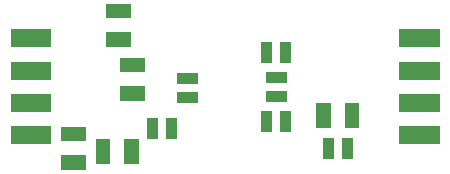
<source format=gbr>
G04 Title: (unknown), solder paste, solder side *
G04 Creator: pcb-bin 1.99p *
G04 CreationDate: Tue Aug 24 15:19:08 2004 UTC *
G04 For: marek *
G04 Format: Gerber/RS-274X *
G04 PCB-Dimensions: 145000 59000 *
G04 PCB-Coordinate-Origin: lower left *
%MOIN*%
%FSLAX24Y24*%
%IPPOS*%
%ADD11C,0.0150*%
%ADD12C,0.0600*%
%ADD13C,0.0800*%
%ADD14R,0.0600X0.0600*%
%ADD15R,0.0800X0.0800*%
%ADD16C,0.0080*%
%ADD17C,0.0660*%
%ADD18C,0.0100*%
%ADD19C,0.0200*%
%ADD20C,0.0500*%
%ADD21C,0.0260*%
%ADD22R,0.0200X0.0200*%
%ADD23R,0.0500X0.0500*%
%ADD24R,0.0260X0.0260*%
%ADD25R,0.0360X0.0360*%
%ADD26R,0.0560X0.0560*%
%ADD27R,0.0420X0.0420*%
%ADD28R,0.0480X0.0480*%
%ADD29R,0.0680X0.0680*%
%ADD30R,0.0540X0.0540*%
%ADD31C,0.0400*%
%LNGROUP_1*%
%LPD*%
G01X0Y0D02*
G54D14*X13350Y4570D02*X14100D01*
X13350Y1330D02*X14100D01*
X13350Y2410D02*X14100D01*
X13350Y3490D02*X14100D01*
X400Y4570D02*X1150D01*
X400Y1330D02*X1150D01*
X400Y2410D02*X1150D01*
X400Y3490D02*X1150D01*
G54D25*X5830Y2580D02*X6170D01*
X5830Y3220D02*X6170D01*
G54D28*X11480Y2180D02*Y1820D01*
X10520Y2180D02*Y1820D01*
G54D25*X10680Y1070D02*Y730D01*
X11320Y1070D02*Y730D01*
X8780Y3270D02*X9120D01*
X8780Y2630D02*X9120D01*
X9270Y4270D02*Y3930D01*
X8630Y4270D02*Y3930D01*
G54D28*X4130Y980D02*Y620D01*
X3170Y980D02*Y620D01*
X3970Y3680D02*X4330D01*
X3970Y2720D02*X4330D01*
X2020Y420D02*X2380D01*
X2020Y1380D02*X2380D01*
G54D25*X4830Y1720D02*Y1380D01*
X5470Y1720D02*Y1380D01*
G54D28*X3520Y5480D02*X3880D01*
X3520Y4520D02*X3880D01*
G54D25*X9270Y1970D02*Y1630D01*
X8630Y1970D02*Y1630D01*
M02*

</source>
